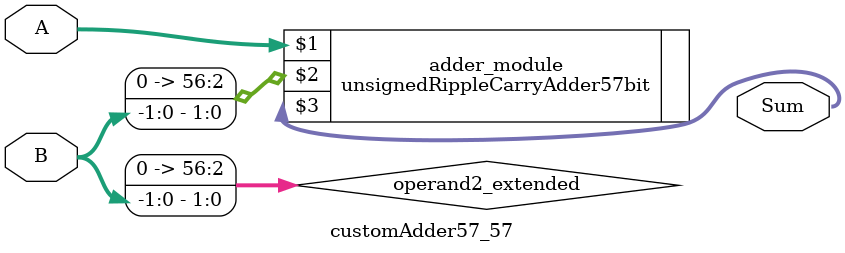
<source format=v>
module customAdder57_57(
                        input [56 : 0] A,
                        input [-1 : 0] B,
                        
                        output [57 : 0] Sum
                );

        wire [56 : 0] operand2_extended;
        
        assign operand2_extended =  {57'b0, B};
        
        unsignedRippleCarryAdder57bit adder_module(
            A,
            operand2_extended,
            Sum
        );
        
        endmodule
        
</source>
